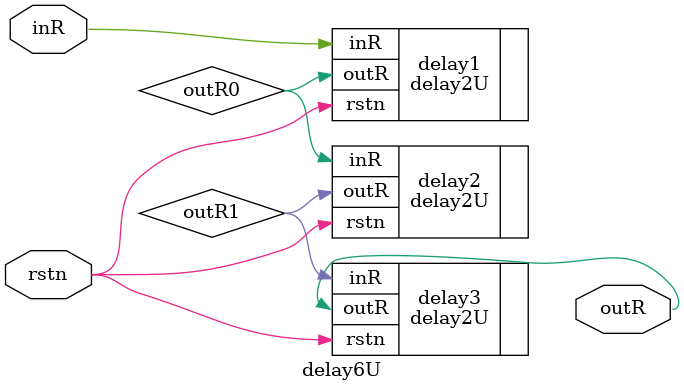
<source format=v>
`timescale 1ns / 1ps

module delay6U(inR, outR, rstn);
input inR, rstn;
output outR;

wire outR0,outR1;

delay2U delay1(.inR(inR), .outR(outR0), .rstn(rstn));
delay2U delay2(.inR(outR0), .outR(outR1), .rstn(rstn));
delay2U delay3(.inR(outR1), .outR(outR), .rstn(rstn));




//DEL4UHDV1 delay1 ( .I(inR), .Z(outR0) );
//DEL4UHDV1 delay2 ( .I(outR0), .Z(outR1) );
//DEL4UHDV1 delay3 ( .I(outR1), .Z(outR2) );
//DLYCLK8S8_X1B_A9TRULP_C40_W3 delay4 ( .A(outR2), .Y(outR3) );
//DLYCLK8S8_X1B_A9TRULP_C40_W3 delay5 ( .A(outR3), .Y(outR4) );
//DEL4UHDV1 delay6 ( .I(outR2), .Z(outR) );
// DEL1M4HM delay1 ( .A(inR), .Z(outR0) );
// DEL1M4HM delay2 ( .A(outR0), .Z(outR1) );
// DEL1M4HM delay3 ( .A(outR1), .Z(outR2) );
// DEL1M4HM delay4 ( .A(outR2), .Z(outR3) );
// DEL1M4HM delay5 ( .A(outR3), .Z(outR4) );
// DEL1M4HM delay6 ( .A(outR4), .Z(outR5) );
// DEL1M4HM delay7 ( .A(outR5), .Z(outR6) );
// DEL1M4HM delay8 ( .A(outR6), .Z(outR7) );
// DEL1M4HM delay9 ( .A(outR7), .Z(outR) );
endmodule

</source>
